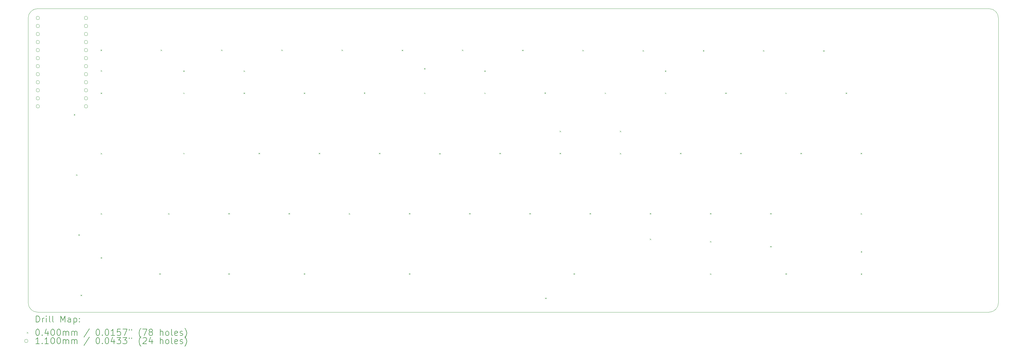
<source format=gbr>
%TF.GenerationSoftware,KiCad,Pcbnew,(6.0.7-1)-1*%
%TF.CreationDate,2022-10-03T10:16:21+02:00*%
%TF.ProjectId,staggered-keyboard,73746167-6765-4726-9564-2d6b6579626f,rev?*%
%TF.SameCoordinates,Original*%
%TF.FileFunction,Drillmap*%
%TF.FilePolarity,Positive*%
%FSLAX45Y45*%
G04 Gerber Fmt 4.5, Leading zero omitted, Abs format (unit mm)*
G04 Created by KiCad (PCBNEW (6.0.7-1)-1) date 2022-10-03 10:16:21*
%MOMM*%
%LPD*%
G01*
G04 APERTURE LIST*
%ADD10C,0.100000*%
%ADD11C,0.200000*%
%ADD12C,0.040000*%
%ADD13C,0.110000*%
G04 APERTURE END LIST*
D10*
X6500000Y-23200000D02*
X6500000Y-14200000D01*
X6500000Y-23200000D02*
G75*
G03*
X6800000Y-23500000I300000J0D01*
G01*
X37200000Y-14200000D02*
X37200000Y-23200000D01*
X36900000Y-23500000D02*
X6800000Y-23500000D01*
X6800000Y-13900000D02*
X36900000Y-13900000D01*
X36900000Y-23500000D02*
G75*
G03*
X37200000Y-23200000I0J300000D01*
G01*
X37200000Y-14200000D02*
G75*
G03*
X36900000Y-13900000I-300000J0D01*
G01*
X6800000Y-13900000D02*
G75*
G03*
X6500000Y-14200000I0J-300000D01*
G01*
D11*
D12*
X7942550Y-17235000D02*
X7982550Y-17275000D01*
X7982550Y-17235000D02*
X7942550Y-17275000D01*
X8015550Y-19140000D02*
X8055550Y-19180000D01*
X8055550Y-19140000D02*
X8015550Y-19180000D01*
X8087000Y-21037000D02*
X8127000Y-21077000D01*
X8127000Y-21037000D02*
X8087000Y-21077000D01*
X8160000Y-22945000D02*
X8200000Y-22985000D01*
X8200000Y-22945000D02*
X8160000Y-22985000D01*
X8790000Y-15194000D02*
X8830000Y-15234000D01*
X8830000Y-15194000D02*
X8790000Y-15234000D01*
X8792500Y-15848000D02*
X8832500Y-15888000D01*
X8832500Y-15848000D02*
X8792500Y-15888000D01*
X8792500Y-16552500D02*
X8832500Y-16592500D01*
X8832500Y-16552500D02*
X8792500Y-16592500D01*
X8792500Y-18460000D02*
X8832500Y-18500000D01*
X8832500Y-18460000D02*
X8792500Y-18500000D01*
X8792500Y-20365000D02*
X8832500Y-20405000D01*
X8832500Y-20365000D02*
X8792500Y-20405000D01*
X8792500Y-21760000D02*
X8832500Y-21800000D01*
X8832500Y-21760000D02*
X8792500Y-21800000D01*
X10650000Y-22267500D02*
X10690000Y-22307500D01*
X10690000Y-22267500D02*
X10650000Y-22307500D01*
X10693000Y-15191000D02*
X10733000Y-15231000D01*
X10733000Y-15191000D02*
X10693000Y-15231000D01*
X10930000Y-20365000D02*
X10970000Y-20405000D01*
X10970000Y-20365000D02*
X10930000Y-20405000D01*
X11405000Y-15852500D02*
X11445000Y-15892500D01*
X11445000Y-15852500D02*
X11405000Y-15892500D01*
X11405000Y-16552500D02*
X11445000Y-16592500D01*
X11445000Y-16552500D02*
X11405000Y-16592500D01*
X11405000Y-18457500D02*
X11445000Y-18497500D01*
X11445000Y-18457500D02*
X11405000Y-18497500D01*
X12602000Y-15195000D02*
X12642000Y-15235000D01*
X12642000Y-15195000D02*
X12602000Y-15235000D01*
X12835000Y-20362500D02*
X12875000Y-20402500D01*
X12875000Y-20362500D02*
X12835000Y-20402500D01*
X12835000Y-22267500D02*
X12875000Y-22307500D01*
X12875000Y-22267500D02*
X12835000Y-22307500D01*
X13312500Y-15852500D02*
X13352500Y-15892500D01*
X13352500Y-15852500D02*
X13312500Y-15892500D01*
X13312500Y-16552500D02*
X13352500Y-16592500D01*
X13352500Y-16552500D02*
X13312500Y-16592500D01*
X13787500Y-18457500D02*
X13827500Y-18497500D01*
X13827500Y-18457500D02*
X13787500Y-18497500D01*
X14507000Y-15195000D02*
X14547000Y-15235000D01*
X14547000Y-15195000D02*
X14507000Y-15235000D01*
X14740000Y-20362500D02*
X14780000Y-20402500D01*
X14780000Y-20362500D02*
X14740000Y-20402500D01*
X15217500Y-16552500D02*
X15257500Y-16592500D01*
X15257500Y-16552500D02*
X15217500Y-16592500D01*
X15220000Y-22267500D02*
X15260000Y-22307500D01*
X15260000Y-22267500D02*
X15220000Y-22307500D01*
X15692500Y-18457500D02*
X15732500Y-18497500D01*
X15732500Y-18457500D02*
X15692500Y-18497500D01*
X16415000Y-15193000D02*
X16455000Y-15233000D01*
X16455000Y-15193000D02*
X16415000Y-15233000D01*
X16642500Y-20365000D02*
X16682500Y-20405000D01*
X16682500Y-20365000D02*
X16642500Y-20405000D01*
X17120000Y-16550000D02*
X17160000Y-16590000D01*
X17160000Y-16550000D02*
X17120000Y-16590000D01*
X17597500Y-18457500D02*
X17637500Y-18497500D01*
X17637500Y-18457500D02*
X17597500Y-18497500D01*
X18317000Y-15197000D02*
X18357000Y-15237000D01*
X18357000Y-15197000D02*
X18317000Y-15237000D01*
X18550000Y-20362500D02*
X18590000Y-20402500D01*
X18590000Y-20362500D02*
X18550000Y-20402500D01*
X18550000Y-22267500D02*
X18590000Y-22307500D01*
X18590000Y-22267500D02*
X18550000Y-22307500D01*
X19025000Y-15775000D02*
X19065000Y-15815000D01*
X19065000Y-15775000D02*
X19025000Y-15815000D01*
X19025000Y-16552500D02*
X19065000Y-16592500D01*
X19065000Y-16552500D02*
X19025000Y-16592500D01*
X19502500Y-18465000D02*
X19542500Y-18505000D01*
X19542500Y-18465000D02*
X19502500Y-18505000D01*
X20222000Y-15196000D02*
X20262000Y-15236000D01*
X20262000Y-15196000D02*
X20222000Y-15236000D01*
X20455000Y-20362500D02*
X20495000Y-20402500D01*
X20495000Y-20362500D02*
X20455000Y-20402500D01*
X20930000Y-15855000D02*
X20970000Y-15895000D01*
X20970000Y-15855000D02*
X20930000Y-15895000D01*
X20930000Y-16552500D02*
X20970000Y-16592500D01*
X20970000Y-16552500D02*
X20930000Y-16592500D01*
X21407500Y-18457500D02*
X21447500Y-18497500D01*
X21447500Y-18457500D02*
X21407500Y-18497500D01*
X22130000Y-15198000D02*
X22170000Y-15238000D01*
X22170000Y-15198000D02*
X22130000Y-15238000D01*
X22360000Y-20362500D02*
X22400000Y-20402500D01*
X22400000Y-20362500D02*
X22360000Y-20402500D01*
X22835000Y-16550000D02*
X22875000Y-16590000D01*
X22875000Y-16550000D02*
X22835000Y-16590000D01*
X22858000Y-23038000D02*
X22898000Y-23078000D01*
X22898000Y-23038000D02*
X22858000Y-23078000D01*
X23312500Y-17760000D02*
X23352500Y-17800000D01*
X23352500Y-17760000D02*
X23312500Y-17800000D01*
X23312500Y-18457500D02*
X23352500Y-18497500D01*
X23352500Y-18457500D02*
X23312500Y-18497500D01*
X23755000Y-22267500D02*
X23795000Y-22307500D01*
X23795000Y-22267500D02*
X23755000Y-22307500D01*
X24035000Y-15203000D02*
X24075000Y-15243000D01*
X24075000Y-15203000D02*
X24035000Y-15243000D01*
X24265000Y-20362500D02*
X24305000Y-20402500D01*
X24305000Y-20362500D02*
X24265000Y-20402500D01*
X24740000Y-16552500D02*
X24780000Y-16592500D01*
X24780000Y-16552500D02*
X24740000Y-16592500D01*
X25217500Y-17760000D02*
X25257500Y-17800000D01*
X25257500Y-17760000D02*
X25217500Y-17800000D01*
X25217500Y-18462500D02*
X25257500Y-18502500D01*
X25257500Y-18462500D02*
X25217500Y-18502500D01*
X25938000Y-15209000D02*
X25978000Y-15249000D01*
X25978000Y-15209000D02*
X25938000Y-15249000D01*
X26170000Y-20362500D02*
X26210000Y-20402500D01*
X26210000Y-20362500D02*
X26170000Y-20402500D01*
X26170000Y-21170000D02*
X26210000Y-21210000D01*
X26210000Y-21170000D02*
X26170000Y-21210000D01*
X26645000Y-15855000D02*
X26685000Y-15895000D01*
X26685000Y-15855000D02*
X26645000Y-15895000D01*
X26645000Y-16552500D02*
X26685000Y-16592500D01*
X26685000Y-16552500D02*
X26645000Y-16592500D01*
X27122500Y-18457500D02*
X27162500Y-18497500D01*
X27162500Y-18457500D02*
X27122500Y-18497500D01*
X27848000Y-15208000D02*
X27888000Y-15248000D01*
X27888000Y-15208000D02*
X27848000Y-15248000D01*
X28072500Y-20362500D02*
X28112500Y-20402500D01*
X28112500Y-20362500D02*
X28072500Y-20402500D01*
X28072500Y-21245000D02*
X28112500Y-21285000D01*
X28112500Y-21245000D02*
X28072500Y-21285000D01*
X28072500Y-22270000D02*
X28112500Y-22310000D01*
X28112500Y-22270000D02*
X28072500Y-22310000D01*
X28552500Y-16552500D02*
X28592500Y-16592500D01*
X28592500Y-16552500D02*
X28552500Y-16592500D01*
X29027500Y-18457500D02*
X29067500Y-18497500D01*
X29067500Y-18457500D02*
X29027500Y-18497500D01*
X29747000Y-15213000D02*
X29787000Y-15253000D01*
X29787000Y-15213000D02*
X29747000Y-15253000D01*
X29980000Y-20362500D02*
X30020000Y-20402500D01*
X30020000Y-20362500D02*
X29980000Y-20402500D01*
X29980000Y-21405000D02*
X30020000Y-21445000D01*
X30020000Y-21405000D02*
X29980000Y-21445000D01*
X30455000Y-16552500D02*
X30495000Y-16592500D01*
X30495000Y-16552500D02*
X30455000Y-16592500D01*
X30460000Y-22267500D02*
X30500000Y-22307500D01*
X30500000Y-22267500D02*
X30460000Y-22307500D01*
X30932500Y-18457500D02*
X30972500Y-18497500D01*
X30972500Y-18457500D02*
X30932500Y-18497500D01*
X31652000Y-15216000D02*
X31692000Y-15256000D01*
X31692000Y-15216000D02*
X31652000Y-15256000D01*
X32362500Y-16552500D02*
X32402500Y-16592500D01*
X32402500Y-16552500D02*
X32362500Y-16592500D01*
X32837500Y-18457500D02*
X32877500Y-18497500D01*
X32877500Y-18457500D02*
X32837500Y-18497500D01*
X32837500Y-20365000D02*
X32877500Y-20405000D01*
X32877500Y-20365000D02*
X32837500Y-20405000D01*
X32842500Y-21570000D02*
X32882500Y-21610000D01*
X32882500Y-21570000D02*
X32842500Y-21610000D01*
X32842500Y-22270000D02*
X32882500Y-22310000D01*
X32882500Y-22270000D02*
X32842500Y-22310000D01*
D13*
X6861000Y-14194000D02*
G75*
G03*
X6861000Y-14194000I-55000J0D01*
G01*
X6861000Y-14448000D02*
G75*
G03*
X6861000Y-14448000I-55000J0D01*
G01*
X6861000Y-14702000D02*
G75*
G03*
X6861000Y-14702000I-55000J0D01*
G01*
X6861000Y-14956000D02*
G75*
G03*
X6861000Y-14956000I-55000J0D01*
G01*
X6861000Y-15210000D02*
G75*
G03*
X6861000Y-15210000I-55000J0D01*
G01*
X6861000Y-15464000D02*
G75*
G03*
X6861000Y-15464000I-55000J0D01*
G01*
X6861000Y-15718000D02*
G75*
G03*
X6861000Y-15718000I-55000J0D01*
G01*
X6861000Y-15972000D02*
G75*
G03*
X6861000Y-15972000I-55000J0D01*
G01*
X6861000Y-16226000D02*
G75*
G03*
X6861000Y-16226000I-55000J0D01*
G01*
X6861000Y-16480000D02*
G75*
G03*
X6861000Y-16480000I-55000J0D01*
G01*
X6861000Y-16734000D02*
G75*
G03*
X6861000Y-16734000I-55000J0D01*
G01*
X6861000Y-16988000D02*
G75*
G03*
X6861000Y-16988000I-55000J0D01*
G01*
X8385000Y-14194000D02*
G75*
G03*
X8385000Y-14194000I-55000J0D01*
G01*
X8385000Y-14448000D02*
G75*
G03*
X8385000Y-14448000I-55000J0D01*
G01*
X8385000Y-14702000D02*
G75*
G03*
X8385000Y-14702000I-55000J0D01*
G01*
X8385000Y-14956000D02*
G75*
G03*
X8385000Y-14956000I-55000J0D01*
G01*
X8385000Y-15210000D02*
G75*
G03*
X8385000Y-15210000I-55000J0D01*
G01*
X8385000Y-15464000D02*
G75*
G03*
X8385000Y-15464000I-55000J0D01*
G01*
X8385000Y-15718000D02*
G75*
G03*
X8385000Y-15718000I-55000J0D01*
G01*
X8385000Y-15972000D02*
G75*
G03*
X8385000Y-15972000I-55000J0D01*
G01*
X8385000Y-16226000D02*
G75*
G03*
X8385000Y-16226000I-55000J0D01*
G01*
X8385000Y-16480000D02*
G75*
G03*
X8385000Y-16480000I-55000J0D01*
G01*
X8385000Y-16734000D02*
G75*
G03*
X8385000Y-16734000I-55000J0D01*
G01*
X8385000Y-16988000D02*
G75*
G03*
X8385000Y-16988000I-55000J0D01*
G01*
D11*
X6752619Y-23815476D02*
X6752619Y-23615476D01*
X6800238Y-23615476D01*
X6828809Y-23625000D01*
X6847857Y-23644048D01*
X6857381Y-23663095D01*
X6866905Y-23701190D01*
X6866905Y-23729762D01*
X6857381Y-23767857D01*
X6847857Y-23786905D01*
X6828809Y-23805952D01*
X6800238Y-23815476D01*
X6752619Y-23815476D01*
X6952619Y-23815476D02*
X6952619Y-23682143D01*
X6952619Y-23720238D02*
X6962143Y-23701190D01*
X6971667Y-23691667D01*
X6990714Y-23682143D01*
X7009762Y-23682143D01*
X7076428Y-23815476D02*
X7076428Y-23682143D01*
X7076428Y-23615476D02*
X7066905Y-23625000D01*
X7076428Y-23634524D01*
X7085952Y-23625000D01*
X7076428Y-23615476D01*
X7076428Y-23634524D01*
X7200238Y-23815476D02*
X7181190Y-23805952D01*
X7171667Y-23786905D01*
X7171667Y-23615476D01*
X7305000Y-23815476D02*
X7285952Y-23805952D01*
X7276428Y-23786905D01*
X7276428Y-23615476D01*
X7533571Y-23815476D02*
X7533571Y-23615476D01*
X7600238Y-23758333D01*
X7666905Y-23615476D01*
X7666905Y-23815476D01*
X7847857Y-23815476D02*
X7847857Y-23710714D01*
X7838333Y-23691667D01*
X7819286Y-23682143D01*
X7781190Y-23682143D01*
X7762143Y-23691667D01*
X7847857Y-23805952D02*
X7828809Y-23815476D01*
X7781190Y-23815476D01*
X7762143Y-23805952D01*
X7752619Y-23786905D01*
X7752619Y-23767857D01*
X7762143Y-23748809D01*
X7781190Y-23739286D01*
X7828809Y-23739286D01*
X7847857Y-23729762D01*
X7943095Y-23682143D02*
X7943095Y-23882143D01*
X7943095Y-23691667D02*
X7962143Y-23682143D01*
X8000238Y-23682143D01*
X8019286Y-23691667D01*
X8028809Y-23701190D01*
X8038333Y-23720238D01*
X8038333Y-23777381D01*
X8028809Y-23796428D01*
X8019286Y-23805952D01*
X8000238Y-23815476D01*
X7962143Y-23815476D01*
X7943095Y-23805952D01*
X8124048Y-23796428D02*
X8133571Y-23805952D01*
X8124048Y-23815476D01*
X8114524Y-23805952D01*
X8124048Y-23796428D01*
X8124048Y-23815476D01*
X8124048Y-23691667D02*
X8133571Y-23701190D01*
X8124048Y-23710714D01*
X8114524Y-23701190D01*
X8124048Y-23691667D01*
X8124048Y-23710714D01*
D12*
X6455000Y-24125000D02*
X6495000Y-24165000D01*
X6495000Y-24125000D02*
X6455000Y-24165000D01*
D11*
X6790714Y-24035476D02*
X6809762Y-24035476D01*
X6828809Y-24045000D01*
X6838333Y-24054524D01*
X6847857Y-24073571D01*
X6857381Y-24111667D01*
X6857381Y-24159286D01*
X6847857Y-24197381D01*
X6838333Y-24216428D01*
X6828809Y-24225952D01*
X6809762Y-24235476D01*
X6790714Y-24235476D01*
X6771667Y-24225952D01*
X6762143Y-24216428D01*
X6752619Y-24197381D01*
X6743095Y-24159286D01*
X6743095Y-24111667D01*
X6752619Y-24073571D01*
X6762143Y-24054524D01*
X6771667Y-24045000D01*
X6790714Y-24035476D01*
X6943095Y-24216428D02*
X6952619Y-24225952D01*
X6943095Y-24235476D01*
X6933571Y-24225952D01*
X6943095Y-24216428D01*
X6943095Y-24235476D01*
X7124048Y-24102143D02*
X7124048Y-24235476D01*
X7076428Y-24025952D02*
X7028809Y-24168809D01*
X7152619Y-24168809D01*
X7266905Y-24035476D02*
X7285952Y-24035476D01*
X7305000Y-24045000D01*
X7314524Y-24054524D01*
X7324048Y-24073571D01*
X7333571Y-24111667D01*
X7333571Y-24159286D01*
X7324048Y-24197381D01*
X7314524Y-24216428D01*
X7305000Y-24225952D01*
X7285952Y-24235476D01*
X7266905Y-24235476D01*
X7247857Y-24225952D01*
X7238333Y-24216428D01*
X7228809Y-24197381D01*
X7219286Y-24159286D01*
X7219286Y-24111667D01*
X7228809Y-24073571D01*
X7238333Y-24054524D01*
X7247857Y-24045000D01*
X7266905Y-24035476D01*
X7457381Y-24035476D02*
X7476428Y-24035476D01*
X7495476Y-24045000D01*
X7505000Y-24054524D01*
X7514524Y-24073571D01*
X7524048Y-24111667D01*
X7524048Y-24159286D01*
X7514524Y-24197381D01*
X7505000Y-24216428D01*
X7495476Y-24225952D01*
X7476428Y-24235476D01*
X7457381Y-24235476D01*
X7438333Y-24225952D01*
X7428809Y-24216428D01*
X7419286Y-24197381D01*
X7409762Y-24159286D01*
X7409762Y-24111667D01*
X7419286Y-24073571D01*
X7428809Y-24054524D01*
X7438333Y-24045000D01*
X7457381Y-24035476D01*
X7609762Y-24235476D02*
X7609762Y-24102143D01*
X7609762Y-24121190D02*
X7619286Y-24111667D01*
X7638333Y-24102143D01*
X7666905Y-24102143D01*
X7685952Y-24111667D01*
X7695476Y-24130714D01*
X7695476Y-24235476D01*
X7695476Y-24130714D02*
X7705000Y-24111667D01*
X7724048Y-24102143D01*
X7752619Y-24102143D01*
X7771667Y-24111667D01*
X7781190Y-24130714D01*
X7781190Y-24235476D01*
X7876428Y-24235476D02*
X7876428Y-24102143D01*
X7876428Y-24121190D02*
X7885952Y-24111667D01*
X7905000Y-24102143D01*
X7933571Y-24102143D01*
X7952619Y-24111667D01*
X7962143Y-24130714D01*
X7962143Y-24235476D01*
X7962143Y-24130714D02*
X7971667Y-24111667D01*
X7990714Y-24102143D01*
X8019286Y-24102143D01*
X8038333Y-24111667D01*
X8047857Y-24130714D01*
X8047857Y-24235476D01*
X8438333Y-24025952D02*
X8266905Y-24283095D01*
X8695476Y-24035476D02*
X8714524Y-24035476D01*
X8733571Y-24045000D01*
X8743095Y-24054524D01*
X8752619Y-24073571D01*
X8762143Y-24111667D01*
X8762143Y-24159286D01*
X8752619Y-24197381D01*
X8743095Y-24216428D01*
X8733571Y-24225952D01*
X8714524Y-24235476D01*
X8695476Y-24235476D01*
X8676429Y-24225952D01*
X8666905Y-24216428D01*
X8657381Y-24197381D01*
X8647857Y-24159286D01*
X8647857Y-24111667D01*
X8657381Y-24073571D01*
X8666905Y-24054524D01*
X8676429Y-24045000D01*
X8695476Y-24035476D01*
X8847857Y-24216428D02*
X8857381Y-24225952D01*
X8847857Y-24235476D01*
X8838333Y-24225952D01*
X8847857Y-24216428D01*
X8847857Y-24235476D01*
X8981190Y-24035476D02*
X9000238Y-24035476D01*
X9019286Y-24045000D01*
X9028810Y-24054524D01*
X9038333Y-24073571D01*
X9047857Y-24111667D01*
X9047857Y-24159286D01*
X9038333Y-24197381D01*
X9028810Y-24216428D01*
X9019286Y-24225952D01*
X9000238Y-24235476D01*
X8981190Y-24235476D01*
X8962143Y-24225952D01*
X8952619Y-24216428D01*
X8943095Y-24197381D01*
X8933571Y-24159286D01*
X8933571Y-24111667D01*
X8943095Y-24073571D01*
X8952619Y-24054524D01*
X8962143Y-24045000D01*
X8981190Y-24035476D01*
X9238333Y-24235476D02*
X9124048Y-24235476D01*
X9181190Y-24235476D02*
X9181190Y-24035476D01*
X9162143Y-24064048D01*
X9143095Y-24083095D01*
X9124048Y-24092619D01*
X9419286Y-24035476D02*
X9324048Y-24035476D01*
X9314524Y-24130714D01*
X9324048Y-24121190D01*
X9343095Y-24111667D01*
X9390714Y-24111667D01*
X9409762Y-24121190D01*
X9419286Y-24130714D01*
X9428810Y-24149762D01*
X9428810Y-24197381D01*
X9419286Y-24216428D01*
X9409762Y-24225952D01*
X9390714Y-24235476D01*
X9343095Y-24235476D01*
X9324048Y-24225952D01*
X9314524Y-24216428D01*
X9495476Y-24035476D02*
X9628810Y-24035476D01*
X9543095Y-24235476D01*
X9695476Y-24035476D02*
X9695476Y-24073571D01*
X9771667Y-24035476D02*
X9771667Y-24073571D01*
X10066905Y-24311667D02*
X10057381Y-24302143D01*
X10038333Y-24273571D01*
X10028810Y-24254524D01*
X10019286Y-24225952D01*
X10009762Y-24178333D01*
X10009762Y-24140238D01*
X10019286Y-24092619D01*
X10028810Y-24064048D01*
X10038333Y-24045000D01*
X10057381Y-24016428D01*
X10066905Y-24006905D01*
X10124048Y-24035476D02*
X10257381Y-24035476D01*
X10171667Y-24235476D01*
X10362143Y-24121190D02*
X10343095Y-24111667D01*
X10333571Y-24102143D01*
X10324048Y-24083095D01*
X10324048Y-24073571D01*
X10333571Y-24054524D01*
X10343095Y-24045000D01*
X10362143Y-24035476D01*
X10400238Y-24035476D01*
X10419286Y-24045000D01*
X10428810Y-24054524D01*
X10438333Y-24073571D01*
X10438333Y-24083095D01*
X10428810Y-24102143D01*
X10419286Y-24111667D01*
X10400238Y-24121190D01*
X10362143Y-24121190D01*
X10343095Y-24130714D01*
X10333571Y-24140238D01*
X10324048Y-24159286D01*
X10324048Y-24197381D01*
X10333571Y-24216428D01*
X10343095Y-24225952D01*
X10362143Y-24235476D01*
X10400238Y-24235476D01*
X10419286Y-24225952D01*
X10428810Y-24216428D01*
X10438333Y-24197381D01*
X10438333Y-24159286D01*
X10428810Y-24140238D01*
X10419286Y-24130714D01*
X10400238Y-24121190D01*
X10676429Y-24235476D02*
X10676429Y-24035476D01*
X10762143Y-24235476D02*
X10762143Y-24130714D01*
X10752619Y-24111667D01*
X10733571Y-24102143D01*
X10705000Y-24102143D01*
X10685952Y-24111667D01*
X10676429Y-24121190D01*
X10885952Y-24235476D02*
X10866905Y-24225952D01*
X10857381Y-24216428D01*
X10847857Y-24197381D01*
X10847857Y-24140238D01*
X10857381Y-24121190D01*
X10866905Y-24111667D01*
X10885952Y-24102143D01*
X10914524Y-24102143D01*
X10933571Y-24111667D01*
X10943095Y-24121190D01*
X10952619Y-24140238D01*
X10952619Y-24197381D01*
X10943095Y-24216428D01*
X10933571Y-24225952D01*
X10914524Y-24235476D01*
X10885952Y-24235476D01*
X11066905Y-24235476D02*
X11047857Y-24225952D01*
X11038333Y-24206905D01*
X11038333Y-24035476D01*
X11219286Y-24225952D02*
X11200238Y-24235476D01*
X11162143Y-24235476D01*
X11143095Y-24225952D01*
X11133571Y-24206905D01*
X11133571Y-24130714D01*
X11143095Y-24111667D01*
X11162143Y-24102143D01*
X11200238Y-24102143D01*
X11219286Y-24111667D01*
X11228809Y-24130714D01*
X11228809Y-24149762D01*
X11133571Y-24168809D01*
X11305000Y-24225952D02*
X11324048Y-24235476D01*
X11362143Y-24235476D01*
X11381190Y-24225952D01*
X11390714Y-24206905D01*
X11390714Y-24197381D01*
X11381190Y-24178333D01*
X11362143Y-24168809D01*
X11333571Y-24168809D01*
X11314524Y-24159286D01*
X11305000Y-24140238D01*
X11305000Y-24130714D01*
X11314524Y-24111667D01*
X11333571Y-24102143D01*
X11362143Y-24102143D01*
X11381190Y-24111667D01*
X11457381Y-24311667D02*
X11466905Y-24302143D01*
X11485952Y-24273571D01*
X11495476Y-24254524D01*
X11505000Y-24225952D01*
X11514524Y-24178333D01*
X11514524Y-24140238D01*
X11505000Y-24092619D01*
X11495476Y-24064048D01*
X11485952Y-24045000D01*
X11466905Y-24016428D01*
X11457381Y-24006905D01*
D13*
X6495000Y-24409000D02*
G75*
G03*
X6495000Y-24409000I-55000J0D01*
G01*
D11*
X6857381Y-24499476D02*
X6743095Y-24499476D01*
X6800238Y-24499476D02*
X6800238Y-24299476D01*
X6781190Y-24328048D01*
X6762143Y-24347095D01*
X6743095Y-24356619D01*
X6943095Y-24480428D02*
X6952619Y-24489952D01*
X6943095Y-24499476D01*
X6933571Y-24489952D01*
X6943095Y-24480428D01*
X6943095Y-24499476D01*
X7143095Y-24499476D02*
X7028809Y-24499476D01*
X7085952Y-24499476D02*
X7085952Y-24299476D01*
X7066905Y-24328048D01*
X7047857Y-24347095D01*
X7028809Y-24356619D01*
X7266905Y-24299476D02*
X7285952Y-24299476D01*
X7305000Y-24309000D01*
X7314524Y-24318524D01*
X7324048Y-24337571D01*
X7333571Y-24375667D01*
X7333571Y-24423286D01*
X7324048Y-24461381D01*
X7314524Y-24480428D01*
X7305000Y-24489952D01*
X7285952Y-24499476D01*
X7266905Y-24499476D01*
X7247857Y-24489952D01*
X7238333Y-24480428D01*
X7228809Y-24461381D01*
X7219286Y-24423286D01*
X7219286Y-24375667D01*
X7228809Y-24337571D01*
X7238333Y-24318524D01*
X7247857Y-24309000D01*
X7266905Y-24299476D01*
X7457381Y-24299476D02*
X7476428Y-24299476D01*
X7495476Y-24309000D01*
X7505000Y-24318524D01*
X7514524Y-24337571D01*
X7524048Y-24375667D01*
X7524048Y-24423286D01*
X7514524Y-24461381D01*
X7505000Y-24480428D01*
X7495476Y-24489952D01*
X7476428Y-24499476D01*
X7457381Y-24499476D01*
X7438333Y-24489952D01*
X7428809Y-24480428D01*
X7419286Y-24461381D01*
X7409762Y-24423286D01*
X7409762Y-24375667D01*
X7419286Y-24337571D01*
X7428809Y-24318524D01*
X7438333Y-24309000D01*
X7457381Y-24299476D01*
X7609762Y-24499476D02*
X7609762Y-24366143D01*
X7609762Y-24385190D02*
X7619286Y-24375667D01*
X7638333Y-24366143D01*
X7666905Y-24366143D01*
X7685952Y-24375667D01*
X7695476Y-24394714D01*
X7695476Y-24499476D01*
X7695476Y-24394714D02*
X7705000Y-24375667D01*
X7724048Y-24366143D01*
X7752619Y-24366143D01*
X7771667Y-24375667D01*
X7781190Y-24394714D01*
X7781190Y-24499476D01*
X7876428Y-24499476D02*
X7876428Y-24366143D01*
X7876428Y-24385190D02*
X7885952Y-24375667D01*
X7905000Y-24366143D01*
X7933571Y-24366143D01*
X7952619Y-24375667D01*
X7962143Y-24394714D01*
X7962143Y-24499476D01*
X7962143Y-24394714D02*
X7971667Y-24375667D01*
X7990714Y-24366143D01*
X8019286Y-24366143D01*
X8038333Y-24375667D01*
X8047857Y-24394714D01*
X8047857Y-24499476D01*
X8438333Y-24289952D02*
X8266905Y-24547095D01*
X8695476Y-24299476D02*
X8714524Y-24299476D01*
X8733571Y-24309000D01*
X8743095Y-24318524D01*
X8752619Y-24337571D01*
X8762143Y-24375667D01*
X8762143Y-24423286D01*
X8752619Y-24461381D01*
X8743095Y-24480428D01*
X8733571Y-24489952D01*
X8714524Y-24499476D01*
X8695476Y-24499476D01*
X8676429Y-24489952D01*
X8666905Y-24480428D01*
X8657381Y-24461381D01*
X8647857Y-24423286D01*
X8647857Y-24375667D01*
X8657381Y-24337571D01*
X8666905Y-24318524D01*
X8676429Y-24309000D01*
X8695476Y-24299476D01*
X8847857Y-24480428D02*
X8857381Y-24489952D01*
X8847857Y-24499476D01*
X8838333Y-24489952D01*
X8847857Y-24480428D01*
X8847857Y-24499476D01*
X8981190Y-24299476D02*
X9000238Y-24299476D01*
X9019286Y-24309000D01*
X9028810Y-24318524D01*
X9038333Y-24337571D01*
X9047857Y-24375667D01*
X9047857Y-24423286D01*
X9038333Y-24461381D01*
X9028810Y-24480428D01*
X9019286Y-24489952D01*
X9000238Y-24499476D01*
X8981190Y-24499476D01*
X8962143Y-24489952D01*
X8952619Y-24480428D01*
X8943095Y-24461381D01*
X8933571Y-24423286D01*
X8933571Y-24375667D01*
X8943095Y-24337571D01*
X8952619Y-24318524D01*
X8962143Y-24309000D01*
X8981190Y-24299476D01*
X9219286Y-24366143D02*
X9219286Y-24499476D01*
X9171667Y-24289952D02*
X9124048Y-24432809D01*
X9247857Y-24432809D01*
X9305000Y-24299476D02*
X9428810Y-24299476D01*
X9362143Y-24375667D01*
X9390714Y-24375667D01*
X9409762Y-24385190D01*
X9419286Y-24394714D01*
X9428810Y-24413762D01*
X9428810Y-24461381D01*
X9419286Y-24480428D01*
X9409762Y-24489952D01*
X9390714Y-24499476D01*
X9333571Y-24499476D01*
X9314524Y-24489952D01*
X9305000Y-24480428D01*
X9495476Y-24299476D02*
X9619286Y-24299476D01*
X9552619Y-24375667D01*
X9581190Y-24375667D01*
X9600238Y-24385190D01*
X9609762Y-24394714D01*
X9619286Y-24413762D01*
X9619286Y-24461381D01*
X9609762Y-24480428D01*
X9600238Y-24489952D01*
X9581190Y-24499476D01*
X9524048Y-24499476D01*
X9505000Y-24489952D01*
X9495476Y-24480428D01*
X9695476Y-24299476D02*
X9695476Y-24337571D01*
X9771667Y-24299476D02*
X9771667Y-24337571D01*
X10066905Y-24575667D02*
X10057381Y-24566143D01*
X10038333Y-24537571D01*
X10028810Y-24518524D01*
X10019286Y-24489952D01*
X10009762Y-24442333D01*
X10009762Y-24404238D01*
X10019286Y-24356619D01*
X10028810Y-24328048D01*
X10038333Y-24309000D01*
X10057381Y-24280428D01*
X10066905Y-24270905D01*
X10133571Y-24318524D02*
X10143095Y-24309000D01*
X10162143Y-24299476D01*
X10209762Y-24299476D01*
X10228810Y-24309000D01*
X10238333Y-24318524D01*
X10247857Y-24337571D01*
X10247857Y-24356619D01*
X10238333Y-24385190D01*
X10124048Y-24499476D01*
X10247857Y-24499476D01*
X10419286Y-24366143D02*
X10419286Y-24499476D01*
X10371667Y-24289952D02*
X10324048Y-24432809D01*
X10447857Y-24432809D01*
X10676429Y-24499476D02*
X10676429Y-24299476D01*
X10762143Y-24499476D02*
X10762143Y-24394714D01*
X10752619Y-24375667D01*
X10733571Y-24366143D01*
X10705000Y-24366143D01*
X10685952Y-24375667D01*
X10676429Y-24385190D01*
X10885952Y-24499476D02*
X10866905Y-24489952D01*
X10857381Y-24480428D01*
X10847857Y-24461381D01*
X10847857Y-24404238D01*
X10857381Y-24385190D01*
X10866905Y-24375667D01*
X10885952Y-24366143D01*
X10914524Y-24366143D01*
X10933571Y-24375667D01*
X10943095Y-24385190D01*
X10952619Y-24404238D01*
X10952619Y-24461381D01*
X10943095Y-24480428D01*
X10933571Y-24489952D01*
X10914524Y-24499476D01*
X10885952Y-24499476D01*
X11066905Y-24499476D02*
X11047857Y-24489952D01*
X11038333Y-24470905D01*
X11038333Y-24299476D01*
X11219286Y-24489952D02*
X11200238Y-24499476D01*
X11162143Y-24499476D01*
X11143095Y-24489952D01*
X11133571Y-24470905D01*
X11133571Y-24394714D01*
X11143095Y-24375667D01*
X11162143Y-24366143D01*
X11200238Y-24366143D01*
X11219286Y-24375667D01*
X11228809Y-24394714D01*
X11228809Y-24413762D01*
X11133571Y-24432809D01*
X11305000Y-24489952D02*
X11324048Y-24499476D01*
X11362143Y-24499476D01*
X11381190Y-24489952D01*
X11390714Y-24470905D01*
X11390714Y-24461381D01*
X11381190Y-24442333D01*
X11362143Y-24432809D01*
X11333571Y-24432809D01*
X11314524Y-24423286D01*
X11305000Y-24404238D01*
X11305000Y-24394714D01*
X11314524Y-24375667D01*
X11333571Y-24366143D01*
X11362143Y-24366143D01*
X11381190Y-24375667D01*
X11457381Y-24575667D02*
X11466905Y-24566143D01*
X11485952Y-24537571D01*
X11495476Y-24518524D01*
X11505000Y-24489952D01*
X11514524Y-24442333D01*
X11514524Y-24404238D01*
X11505000Y-24356619D01*
X11495476Y-24328048D01*
X11485952Y-24309000D01*
X11466905Y-24280428D01*
X11457381Y-24270905D01*
M02*

</source>
